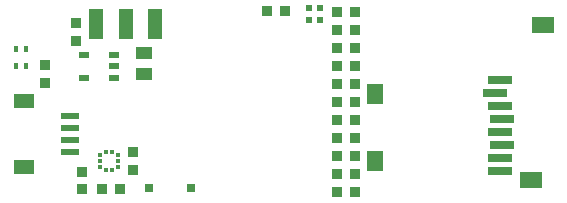
<source format=gbr>
%TF.GenerationSoftware,KiCad,Pcbnew,7.0.8*%
%TF.CreationDate,2023-11-01T10:58:51-04:00*%
%TF.ProjectId,destinationWeatherStation_v5,64657374-696e-4617-9469-6f6e57656174,01*%
%TF.SameCoordinates,Original*%
%TF.FileFunction,Paste,Top*%
%TF.FilePolarity,Positive*%
%FSLAX46Y46*%
G04 Gerber Fmt 4.6, Leading zero omitted, Abs format (unit mm)*
G04 Created by KiCad (PCBNEW 7.0.8) date 2023-11-01 10:58:51*
%MOMM*%
%LPD*%
G01*
G04 APERTURE LIST*
%ADD10R,0.970000X0.871000*%
%ADD11R,0.820000X0.929000*%
%ADD12R,0.350000X0.397000*%
%ADD13R,0.397000X0.350000*%
%ADD14R,0.300000X0.500000*%
%ADD15R,2.000000X0.800000*%
%ADD16R,1.400000X1.800000*%
%ADD17R,1.900000X1.400000*%
%ADD18R,0.929000X0.820000*%
%ADD19R,1.800000X1.200000*%
%ADD20R,1.550000X0.600000*%
%ADD21R,0.871000X0.970000*%
%ADD22R,0.760000X0.790000*%
%ADD23R,1.465000X0.985000*%
%ADD24R,0.550000X0.550000*%
%ADD25R,1.200000X2.500000*%
%ADD26R,0.833000X0.609000*%
G04 APERTURE END LIST*
D10*
%TO.C,C5*%
X117602000Y-104787000D03*
X117602000Y-106287000D03*
%TD*%
D11*
%TO.C,R5*%
X142374000Y-107950000D03*
X143884000Y-107950000D03*
%TD*%
D12*
%TO.C,U2*%
X123313000Y-112137000D03*
X122813000Y-112137000D03*
D13*
X122297000Y-112403000D03*
X122297000Y-112903000D03*
X122297000Y-113403000D03*
D12*
X122813000Y-113669000D03*
X123313000Y-113669000D03*
D13*
X123829000Y-113403000D03*
X123829000Y-112903000D03*
X123829000Y-112403000D03*
%TD*%
D14*
%TO.C,U3*%
X115970000Y-103440000D03*
X115170000Y-103440000D03*
X115170000Y-104840000D03*
X115970000Y-104840000D03*
%TD*%
D15*
%TO.C,J3*%
X156150000Y-106035000D03*
X155750000Y-107135000D03*
X156150000Y-108235000D03*
X156350000Y-109335000D03*
X156150000Y-110435000D03*
X156350000Y-111535000D03*
X156150000Y-112635000D03*
X156150000Y-113735000D03*
D16*
X145600000Y-112925000D03*
X145600000Y-107225000D03*
D17*
X158750000Y-114525000D03*
X159750000Y-101375000D03*
%TD*%
D11*
%TO.C,R10*%
X122435000Y-115316000D03*
X123945000Y-115316000D03*
%TD*%
D18*
%TO.C,R11*%
X120777000Y-115309000D03*
X120777000Y-113799000D03*
%TD*%
D11*
%TO.C,R4*%
X142374000Y-109474000D03*
X143884000Y-109474000D03*
%TD*%
D19*
%TO.C,J4*%
X115854000Y-107817000D03*
X115854000Y-113417000D03*
D20*
X119729000Y-109117000D03*
X119729000Y-110117000D03*
X119729000Y-111117000D03*
X119729000Y-112117000D03*
%TD*%
D11*
%TO.C,R2*%
X142374000Y-114046000D03*
X143884000Y-114046000D03*
%TD*%
%TO.C,R8*%
X142374000Y-101854000D03*
X143884000Y-101854000D03*
%TD*%
%TO.C,R12*%
X136405000Y-100203000D03*
X137915000Y-100203000D03*
%TD*%
D21*
%TO.C,C2*%
X142379000Y-115570000D03*
X143879000Y-115570000D03*
%TD*%
D22*
%TO.C,D1*%
X130018500Y-115189000D03*
X126408500Y-115189000D03*
%TD*%
D10*
%TO.C,C1*%
X120269000Y-102731000D03*
X120269000Y-101231000D03*
%TD*%
D11*
%TO.C,R1*%
X142374000Y-106426000D03*
X143884000Y-106426000D03*
%TD*%
D23*
%TO.C,L1*%
X125984000Y-103733000D03*
X125984000Y-105563000D03*
%TD*%
D24*
%TO.C,D2*%
X139943000Y-100932000D03*
X140893000Y-100932000D03*
X140893000Y-99982000D03*
X139943000Y-99982000D03*
%TD*%
D25*
%TO.C,SW1*%
X126960000Y-101302000D03*
X124460000Y-101302000D03*
X121960000Y-101302000D03*
%TD*%
D21*
%TO.C,C3*%
X142379000Y-110998000D03*
X143879000Y-110998000D03*
%TD*%
D11*
%TO.C,R7*%
X142374000Y-103378000D03*
X143884000Y-103378000D03*
%TD*%
D26*
%TO.C,U1*%
X123465000Y-105852000D03*
X123465000Y-104902000D03*
X123465000Y-103952000D03*
X120883000Y-103952000D03*
X120883000Y-105852000D03*
%TD*%
D11*
%TO.C,R9*%
X142374000Y-100330000D03*
X143884000Y-100330000D03*
%TD*%
%TO.C,R6*%
X142374000Y-104902000D03*
X143884000Y-104902000D03*
%TD*%
%TO.C,R3*%
X142374000Y-112522000D03*
X143884000Y-112522000D03*
%TD*%
D10*
%TO.C,C4*%
X125095000Y-112153000D03*
X125095000Y-113653000D03*
%TD*%
M02*

</source>
